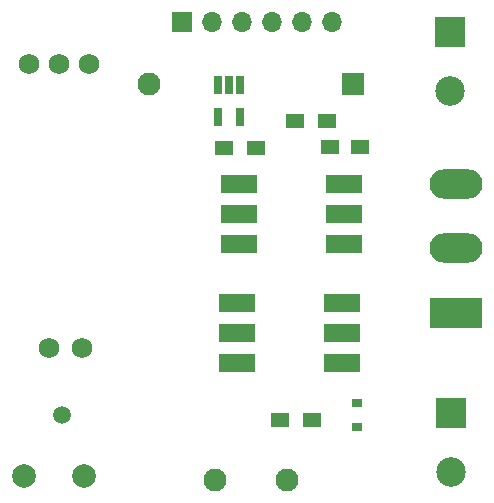
<source format=gbs>
G04 #@! TF.GenerationSoftware,KiCad,Pcbnew,5.1.7-a382d34a8~88~ubuntu18.04.1*
G04 #@! TF.CreationDate,2021-07-23T19:11:00+05:30*
G04 #@! TF.ProjectId,BackEnd_HeavyDevice_v2,4261636b-456e-4645-9f48-656176794465,rev?*
G04 #@! TF.SameCoordinates,Original*
G04 #@! TF.FileFunction,Soldermask,Bot*
G04 #@! TF.FilePolarity,Negative*
%FSLAX46Y46*%
G04 Gerber Fmt 4.6, Leading zero omitted, Abs format (unit mm)*
G04 Created by KiCad (PCBNEW 5.1.7-a382d34a8~88~ubuntu18.04.1) date 2021-07-23 19:11:00*
%MOMM*%
%LPD*%
G01*
G04 APERTURE LIST*
%ADD10C,1.500000*%
%ADD11C,1.950000*%
%ADD12R,1.950000X1.950000*%
%ADD13R,1.500000X1.250000*%
%ADD14R,0.900000X0.800000*%
%ADD15C,2.000000*%
%ADD16C,2.500000*%
%ADD17R,2.500000X2.500000*%
%ADD18O,4.500000X2.500000*%
%ADD19R,4.500000X2.500000*%
%ADD20R,1.500000X1.300000*%
%ADD21C,1.750000*%
%ADD22R,3.100000X1.600000*%
%ADD23R,0.650000X1.560000*%
%ADD24R,1.700000X1.700000*%
%ADD25O,1.700000X1.700000*%
G04 APERTURE END LIST*
D10*
X113195100Y-128112520D03*
D11*
X132225000Y-133535000D03*
X120541000Y-100007000D03*
X126129000Y-133535000D03*
D12*
X137813000Y-100007000D03*
D13*
X135884000Y-105357000D03*
X138384000Y-105357000D03*
D14*
X138136000Y-129124000D03*
X138136000Y-127024000D03*
D15*
X109903000Y-133198000D03*
X114983000Y-133208000D03*
D16*
X146078000Y-132904000D03*
D17*
X146078000Y-127904000D03*
X146027000Y-95631000D03*
D16*
X146027000Y-100631000D03*
D18*
X146515000Y-108500000D03*
X146515000Y-113950000D03*
D19*
X146515000Y-119400000D03*
D20*
X135611000Y-103152000D03*
X132911000Y-103152000D03*
X126909000Y-105474000D03*
X129609000Y-105474000D03*
X131646000Y-128468000D03*
X134346000Y-128468000D03*
D21*
X110368080Y-98368980D03*
X115448080Y-98368980D03*
X112908080Y-98368980D03*
X112018080Y-122368980D03*
X114878080Y-122368980D03*
D22*
X128156000Y-113629000D03*
X137046000Y-108549000D03*
X128156000Y-111089000D03*
X137046000Y-111089000D03*
X128156000Y-108549000D03*
X137046000Y-113629000D03*
D23*
X126357000Y-102824000D03*
X128257000Y-102824000D03*
X128257000Y-100124000D03*
X127307000Y-100124000D03*
X126357000Y-100124000D03*
D22*
X136835000Y-123670000D03*
X127945000Y-118590000D03*
X136835000Y-121130000D03*
X127945000Y-121130000D03*
X136835000Y-118590000D03*
X127945000Y-123670000D03*
D24*
X123309000Y-94800400D03*
D25*
X125849000Y-94800400D03*
X128389000Y-94800400D03*
X130929000Y-94800400D03*
X133469000Y-94800400D03*
X136009000Y-94800400D03*
M02*

</source>
